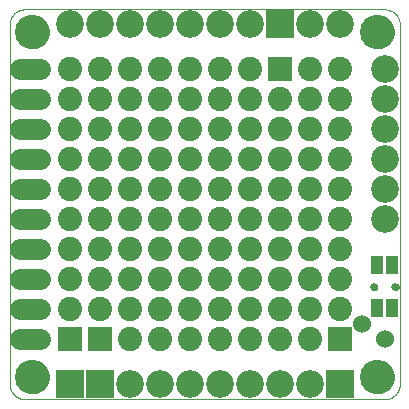
<source format=gts>
G75*
%MOIN*%
%OFA0B0*%
%FSLAX25Y25*%
%IPPOS*%
%LPD*%
%AMOC8*
5,1,8,0,0,1.08239X$1,22.5*
%
%ADD10C,0.00000*%
%ADD11C,0.09258*%
%ADD12R,0.09258X0.09258*%
%ADD13C,0.11424*%
%ADD14R,0.03943X0.05912*%
%ADD15C,0.02565*%
%ADD16C,0.06896*%
%ADD17R,0.08077X0.08077*%
%ADD18C,0.08077*%
%ADD19C,0.06000*%
D10*
X0039428Y0006256D02*
X0039428Y0126217D01*
X0039430Y0126357D01*
X0039436Y0126497D01*
X0039446Y0126637D01*
X0039459Y0126777D01*
X0039477Y0126916D01*
X0039499Y0127055D01*
X0039524Y0127192D01*
X0039553Y0127330D01*
X0039586Y0127466D01*
X0039623Y0127601D01*
X0039664Y0127735D01*
X0039709Y0127868D01*
X0039757Y0128000D01*
X0039809Y0128130D01*
X0039864Y0128259D01*
X0039923Y0128386D01*
X0039986Y0128512D01*
X0040052Y0128636D01*
X0040121Y0128757D01*
X0040194Y0128877D01*
X0040271Y0128995D01*
X0040350Y0129110D01*
X0040433Y0129224D01*
X0040519Y0129334D01*
X0040608Y0129443D01*
X0040700Y0129549D01*
X0040795Y0129652D01*
X0040892Y0129753D01*
X0040993Y0129850D01*
X0041096Y0129945D01*
X0041202Y0130037D01*
X0041311Y0130126D01*
X0041421Y0130212D01*
X0041535Y0130295D01*
X0041650Y0130374D01*
X0041768Y0130451D01*
X0041888Y0130524D01*
X0042009Y0130593D01*
X0042133Y0130659D01*
X0042259Y0130722D01*
X0042386Y0130781D01*
X0042515Y0130836D01*
X0042645Y0130888D01*
X0042777Y0130936D01*
X0042910Y0130981D01*
X0043044Y0131022D01*
X0043179Y0131059D01*
X0043315Y0131092D01*
X0043453Y0131121D01*
X0043590Y0131146D01*
X0043729Y0131168D01*
X0043868Y0131186D01*
X0044008Y0131199D01*
X0044148Y0131209D01*
X0044288Y0131215D01*
X0044428Y0131217D01*
X0164429Y0131217D01*
X0164569Y0131215D01*
X0164709Y0131209D01*
X0164849Y0131199D01*
X0164989Y0131186D01*
X0165128Y0131168D01*
X0165267Y0131146D01*
X0165404Y0131121D01*
X0165542Y0131092D01*
X0165678Y0131059D01*
X0165813Y0131022D01*
X0165947Y0130981D01*
X0166080Y0130936D01*
X0166212Y0130888D01*
X0166342Y0130836D01*
X0166471Y0130781D01*
X0166598Y0130722D01*
X0166724Y0130659D01*
X0166848Y0130593D01*
X0166969Y0130524D01*
X0167089Y0130451D01*
X0167207Y0130374D01*
X0167322Y0130295D01*
X0167436Y0130212D01*
X0167546Y0130126D01*
X0167655Y0130037D01*
X0167761Y0129945D01*
X0167864Y0129850D01*
X0167965Y0129753D01*
X0168062Y0129652D01*
X0168157Y0129549D01*
X0168249Y0129443D01*
X0168338Y0129334D01*
X0168424Y0129224D01*
X0168507Y0129110D01*
X0168586Y0128995D01*
X0168663Y0128877D01*
X0168736Y0128757D01*
X0168805Y0128636D01*
X0168871Y0128512D01*
X0168934Y0128386D01*
X0168993Y0128259D01*
X0169048Y0128130D01*
X0169100Y0128000D01*
X0169148Y0127868D01*
X0169193Y0127735D01*
X0169234Y0127601D01*
X0169271Y0127466D01*
X0169304Y0127330D01*
X0169333Y0127192D01*
X0169358Y0127055D01*
X0169380Y0126916D01*
X0169398Y0126777D01*
X0169411Y0126637D01*
X0169421Y0126497D01*
X0169427Y0126357D01*
X0169429Y0126217D01*
X0169429Y0006256D01*
X0169427Y0006116D01*
X0169421Y0005976D01*
X0169411Y0005836D01*
X0169398Y0005696D01*
X0169380Y0005557D01*
X0169358Y0005418D01*
X0169333Y0005281D01*
X0169304Y0005143D01*
X0169271Y0005007D01*
X0169234Y0004872D01*
X0169193Y0004738D01*
X0169148Y0004605D01*
X0169100Y0004473D01*
X0169048Y0004343D01*
X0168993Y0004214D01*
X0168934Y0004087D01*
X0168871Y0003961D01*
X0168805Y0003837D01*
X0168736Y0003716D01*
X0168663Y0003596D01*
X0168586Y0003478D01*
X0168507Y0003363D01*
X0168424Y0003249D01*
X0168338Y0003139D01*
X0168249Y0003030D01*
X0168157Y0002924D01*
X0168062Y0002821D01*
X0167965Y0002720D01*
X0167864Y0002623D01*
X0167761Y0002528D01*
X0167655Y0002436D01*
X0167546Y0002347D01*
X0167436Y0002261D01*
X0167322Y0002178D01*
X0167207Y0002099D01*
X0167089Y0002022D01*
X0166969Y0001949D01*
X0166848Y0001880D01*
X0166724Y0001814D01*
X0166598Y0001751D01*
X0166471Y0001692D01*
X0166342Y0001637D01*
X0166212Y0001585D01*
X0166080Y0001537D01*
X0165947Y0001492D01*
X0165813Y0001451D01*
X0165678Y0001414D01*
X0165542Y0001381D01*
X0165404Y0001352D01*
X0165267Y0001327D01*
X0165128Y0001305D01*
X0164989Y0001287D01*
X0164849Y0001274D01*
X0164709Y0001264D01*
X0164569Y0001258D01*
X0164429Y0001256D01*
X0044428Y0001256D01*
X0044288Y0001258D01*
X0044148Y0001264D01*
X0044008Y0001274D01*
X0043868Y0001287D01*
X0043729Y0001305D01*
X0043590Y0001327D01*
X0043453Y0001352D01*
X0043315Y0001381D01*
X0043179Y0001414D01*
X0043044Y0001451D01*
X0042910Y0001492D01*
X0042777Y0001537D01*
X0042645Y0001585D01*
X0042515Y0001637D01*
X0042386Y0001692D01*
X0042259Y0001751D01*
X0042133Y0001814D01*
X0042009Y0001880D01*
X0041888Y0001949D01*
X0041768Y0002022D01*
X0041650Y0002099D01*
X0041535Y0002178D01*
X0041421Y0002261D01*
X0041311Y0002347D01*
X0041202Y0002436D01*
X0041096Y0002528D01*
X0040993Y0002623D01*
X0040892Y0002720D01*
X0040795Y0002821D01*
X0040700Y0002924D01*
X0040608Y0003030D01*
X0040519Y0003139D01*
X0040433Y0003249D01*
X0040350Y0003363D01*
X0040271Y0003478D01*
X0040194Y0003596D01*
X0040121Y0003716D01*
X0040052Y0003837D01*
X0039986Y0003961D01*
X0039923Y0004087D01*
X0039864Y0004214D01*
X0039809Y0004343D01*
X0039757Y0004473D01*
X0039709Y0004605D01*
X0039664Y0004738D01*
X0039623Y0004872D01*
X0039586Y0005007D01*
X0039553Y0005143D01*
X0039524Y0005281D01*
X0039499Y0005418D01*
X0039477Y0005557D01*
X0039459Y0005696D01*
X0039446Y0005836D01*
X0039436Y0005976D01*
X0039430Y0006116D01*
X0039428Y0006256D01*
X0041416Y0008756D02*
X0041418Y0008904D01*
X0041424Y0009052D01*
X0041434Y0009200D01*
X0041448Y0009347D01*
X0041466Y0009494D01*
X0041487Y0009640D01*
X0041513Y0009786D01*
X0041543Y0009931D01*
X0041576Y0010075D01*
X0041614Y0010218D01*
X0041655Y0010360D01*
X0041700Y0010501D01*
X0041748Y0010641D01*
X0041801Y0010780D01*
X0041857Y0010917D01*
X0041917Y0011052D01*
X0041980Y0011186D01*
X0042047Y0011318D01*
X0042118Y0011448D01*
X0042192Y0011576D01*
X0042269Y0011702D01*
X0042350Y0011826D01*
X0042434Y0011948D01*
X0042521Y0012067D01*
X0042612Y0012184D01*
X0042706Y0012299D01*
X0042802Y0012411D01*
X0042902Y0012521D01*
X0043004Y0012627D01*
X0043110Y0012731D01*
X0043218Y0012832D01*
X0043329Y0012930D01*
X0043442Y0013026D01*
X0043558Y0013118D01*
X0043676Y0013207D01*
X0043797Y0013292D01*
X0043920Y0013375D01*
X0044045Y0013454D01*
X0044172Y0013530D01*
X0044301Y0013602D01*
X0044432Y0013671D01*
X0044565Y0013736D01*
X0044700Y0013797D01*
X0044836Y0013855D01*
X0044973Y0013910D01*
X0045112Y0013960D01*
X0045253Y0014007D01*
X0045394Y0014050D01*
X0045537Y0014090D01*
X0045681Y0014125D01*
X0045825Y0014157D01*
X0045971Y0014184D01*
X0046117Y0014208D01*
X0046264Y0014228D01*
X0046411Y0014244D01*
X0046558Y0014256D01*
X0046706Y0014264D01*
X0046854Y0014268D01*
X0047002Y0014268D01*
X0047150Y0014264D01*
X0047298Y0014256D01*
X0047445Y0014244D01*
X0047592Y0014228D01*
X0047739Y0014208D01*
X0047885Y0014184D01*
X0048031Y0014157D01*
X0048175Y0014125D01*
X0048319Y0014090D01*
X0048462Y0014050D01*
X0048603Y0014007D01*
X0048744Y0013960D01*
X0048883Y0013910D01*
X0049020Y0013855D01*
X0049156Y0013797D01*
X0049291Y0013736D01*
X0049424Y0013671D01*
X0049555Y0013602D01*
X0049684Y0013530D01*
X0049811Y0013454D01*
X0049936Y0013375D01*
X0050059Y0013292D01*
X0050180Y0013207D01*
X0050298Y0013118D01*
X0050414Y0013026D01*
X0050527Y0012930D01*
X0050638Y0012832D01*
X0050746Y0012731D01*
X0050852Y0012627D01*
X0050954Y0012521D01*
X0051054Y0012411D01*
X0051150Y0012299D01*
X0051244Y0012184D01*
X0051335Y0012067D01*
X0051422Y0011948D01*
X0051506Y0011826D01*
X0051587Y0011702D01*
X0051664Y0011576D01*
X0051738Y0011448D01*
X0051809Y0011318D01*
X0051876Y0011186D01*
X0051939Y0011052D01*
X0051999Y0010917D01*
X0052055Y0010780D01*
X0052108Y0010641D01*
X0052156Y0010501D01*
X0052201Y0010360D01*
X0052242Y0010218D01*
X0052280Y0010075D01*
X0052313Y0009931D01*
X0052343Y0009786D01*
X0052369Y0009640D01*
X0052390Y0009494D01*
X0052408Y0009347D01*
X0052422Y0009200D01*
X0052432Y0009052D01*
X0052438Y0008904D01*
X0052440Y0008756D01*
X0052438Y0008608D01*
X0052432Y0008460D01*
X0052422Y0008312D01*
X0052408Y0008165D01*
X0052390Y0008018D01*
X0052369Y0007872D01*
X0052343Y0007726D01*
X0052313Y0007581D01*
X0052280Y0007437D01*
X0052242Y0007294D01*
X0052201Y0007152D01*
X0052156Y0007011D01*
X0052108Y0006871D01*
X0052055Y0006732D01*
X0051999Y0006595D01*
X0051939Y0006460D01*
X0051876Y0006326D01*
X0051809Y0006194D01*
X0051738Y0006064D01*
X0051664Y0005936D01*
X0051587Y0005810D01*
X0051506Y0005686D01*
X0051422Y0005564D01*
X0051335Y0005445D01*
X0051244Y0005328D01*
X0051150Y0005213D01*
X0051054Y0005101D01*
X0050954Y0004991D01*
X0050852Y0004885D01*
X0050746Y0004781D01*
X0050638Y0004680D01*
X0050527Y0004582D01*
X0050414Y0004486D01*
X0050298Y0004394D01*
X0050180Y0004305D01*
X0050059Y0004220D01*
X0049936Y0004137D01*
X0049811Y0004058D01*
X0049684Y0003982D01*
X0049555Y0003910D01*
X0049424Y0003841D01*
X0049291Y0003776D01*
X0049156Y0003715D01*
X0049020Y0003657D01*
X0048883Y0003602D01*
X0048744Y0003552D01*
X0048603Y0003505D01*
X0048462Y0003462D01*
X0048319Y0003422D01*
X0048175Y0003387D01*
X0048031Y0003355D01*
X0047885Y0003328D01*
X0047739Y0003304D01*
X0047592Y0003284D01*
X0047445Y0003268D01*
X0047298Y0003256D01*
X0047150Y0003248D01*
X0047002Y0003244D01*
X0046854Y0003244D01*
X0046706Y0003248D01*
X0046558Y0003256D01*
X0046411Y0003268D01*
X0046264Y0003284D01*
X0046117Y0003304D01*
X0045971Y0003328D01*
X0045825Y0003355D01*
X0045681Y0003387D01*
X0045537Y0003422D01*
X0045394Y0003462D01*
X0045253Y0003505D01*
X0045112Y0003552D01*
X0044973Y0003602D01*
X0044836Y0003657D01*
X0044700Y0003715D01*
X0044565Y0003776D01*
X0044432Y0003841D01*
X0044301Y0003910D01*
X0044172Y0003982D01*
X0044045Y0004058D01*
X0043920Y0004137D01*
X0043797Y0004220D01*
X0043676Y0004305D01*
X0043558Y0004394D01*
X0043442Y0004486D01*
X0043329Y0004582D01*
X0043218Y0004680D01*
X0043110Y0004781D01*
X0043004Y0004885D01*
X0042902Y0004991D01*
X0042802Y0005101D01*
X0042706Y0005213D01*
X0042612Y0005328D01*
X0042521Y0005445D01*
X0042434Y0005564D01*
X0042350Y0005686D01*
X0042269Y0005810D01*
X0042192Y0005936D01*
X0042118Y0006064D01*
X0042047Y0006194D01*
X0041980Y0006326D01*
X0041917Y0006460D01*
X0041857Y0006595D01*
X0041801Y0006732D01*
X0041748Y0006871D01*
X0041700Y0007011D01*
X0041655Y0007152D01*
X0041614Y0007294D01*
X0041576Y0007437D01*
X0041543Y0007581D01*
X0041513Y0007726D01*
X0041487Y0007872D01*
X0041466Y0008018D01*
X0041448Y0008165D01*
X0041434Y0008312D01*
X0041424Y0008460D01*
X0041418Y0008608D01*
X0041416Y0008756D01*
X0156416Y0008756D02*
X0156418Y0008904D01*
X0156424Y0009052D01*
X0156434Y0009200D01*
X0156448Y0009347D01*
X0156466Y0009494D01*
X0156487Y0009640D01*
X0156513Y0009786D01*
X0156543Y0009931D01*
X0156576Y0010075D01*
X0156614Y0010218D01*
X0156655Y0010360D01*
X0156700Y0010501D01*
X0156748Y0010641D01*
X0156801Y0010780D01*
X0156857Y0010917D01*
X0156917Y0011052D01*
X0156980Y0011186D01*
X0157047Y0011318D01*
X0157118Y0011448D01*
X0157192Y0011576D01*
X0157269Y0011702D01*
X0157350Y0011826D01*
X0157434Y0011948D01*
X0157521Y0012067D01*
X0157612Y0012184D01*
X0157706Y0012299D01*
X0157802Y0012411D01*
X0157902Y0012521D01*
X0158004Y0012627D01*
X0158110Y0012731D01*
X0158218Y0012832D01*
X0158329Y0012930D01*
X0158442Y0013026D01*
X0158558Y0013118D01*
X0158676Y0013207D01*
X0158797Y0013292D01*
X0158920Y0013375D01*
X0159045Y0013454D01*
X0159172Y0013530D01*
X0159301Y0013602D01*
X0159432Y0013671D01*
X0159565Y0013736D01*
X0159700Y0013797D01*
X0159836Y0013855D01*
X0159973Y0013910D01*
X0160112Y0013960D01*
X0160253Y0014007D01*
X0160394Y0014050D01*
X0160537Y0014090D01*
X0160681Y0014125D01*
X0160825Y0014157D01*
X0160971Y0014184D01*
X0161117Y0014208D01*
X0161264Y0014228D01*
X0161411Y0014244D01*
X0161558Y0014256D01*
X0161706Y0014264D01*
X0161854Y0014268D01*
X0162002Y0014268D01*
X0162150Y0014264D01*
X0162298Y0014256D01*
X0162445Y0014244D01*
X0162592Y0014228D01*
X0162739Y0014208D01*
X0162885Y0014184D01*
X0163031Y0014157D01*
X0163175Y0014125D01*
X0163319Y0014090D01*
X0163462Y0014050D01*
X0163603Y0014007D01*
X0163744Y0013960D01*
X0163883Y0013910D01*
X0164020Y0013855D01*
X0164156Y0013797D01*
X0164291Y0013736D01*
X0164424Y0013671D01*
X0164555Y0013602D01*
X0164684Y0013530D01*
X0164811Y0013454D01*
X0164936Y0013375D01*
X0165059Y0013292D01*
X0165180Y0013207D01*
X0165298Y0013118D01*
X0165414Y0013026D01*
X0165527Y0012930D01*
X0165638Y0012832D01*
X0165746Y0012731D01*
X0165852Y0012627D01*
X0165954Y0012521D01*
X0166054Y0012411D01*
X0166150Y0012299D01*
X0166244Y0012184D01*
X0166335Y0012067D01*
X0166422Y0011948D01*
X0166506Y0011826D01*
X0166587Y0011702D01*
X0166664Y0011576D01*
X0166738Y0011448D01*
X0166809Y0011318D01*
X0166876Y0011186D01*
X0166939Y0011052D01*
X0166999Y0010917D01*
X0167055Y0010780D01*
X0167108Y0010641D01*
X0167156Y0010501D01*
X0167201Y0010360D01*
X0167242Y0010218D01*
X0167280Y0010075D01*
X0167313Y0009931D01*
X0167343Y0009786D01*
X0167369Y0009640D01*
X0167390Y0009494D01*
X0167408Y0009347D01*
X0167422Y0009200D01*
X0167432Y0009052D01*
X0167438Y0008904D01*
X0167440Y0008756D01*
X0167438Y0008608D01*
X0167432Y0008460D01*
X0167422Y0008312D01*
X0167408Y0008165D01*
X0167390Y0008018D01*
X0167369Y0007872D01*
X0167343Y0007726D01*
X0167313Y0007581D01*
X0167280Y0007437D01*
X0167242Y0007294D01*
X0167201Y0007152D01*
X0167156Y0007011D01*
X0167108Y0006871D01*
X0167055Y0006732D01*
X0166999Y0006595D01*
X0166939Y0006460D01*
X0166876Y0006326D01*
X0166809Y0006194D01*
X0166738Y0006064D01*
X0166664Y0005936D01*
X0166587Y0005810D01*
X0166506Y0005686D01*
X0166422Y0005564D01*
X0166335Y0005445D01*
X0166244Y0005328D01*
X0166150Y0005213D01*
X0166054Y0005101D01*
X0165954Y0004991D01*
X0165852Y0004885D01*
X0165746Y0004781D01*
X0165638Y0004680D01*
X0165527Y0004582D01*
X0165414Y0004486D01*
X0165298Y0004394D01*
X0165180Y0004305D01*
X0165059Y0004220D01*
X0164936Y0004137D01*
X0164811Y0004058D01*
X0164684Y0003982D01*
X0164555Y0003910D01*
X0164424Y0003841D01*
X0164291Y0003776D01*
X0164156Y0003715D01*
X0164020Y0003657D01*
X0163883Y0003602D01*
X0163744Y0003552D01*
X0163603Y0003505D01*
X0163462Y0003462D01*
X0163319Y0003422D01*
X0163175Y0003387D01*
X0163031Y0003355D01*
X0162885Y0003328D01*
X0162739Y0003304D01*
X0162592Y0003284D01*
X0162445Y0003268D01*
X0162298Y0003256D01*
X0162150Y0003248D01*
X0162002Y0003244D01*
X0161854Y0003244D01*
X0161706Y0003248D01*
X0161558Y0003256D01*
X0161411Y0003268D01*
X0161264Y0003284D01*
X0161117Y0003304D01*
X0160971Y0003328D01*
X0160825Y0003355D01*
X0160681Y0003387D01*
X0160537Y0003422D01*
X0160394Y0003462D01*
X0160253Y0003505D01*
X0160112Y0003552D01*
X0159973Y0003602D01*
X0159836Y0003657D01*
X0159700Y0003715D01*
X0159565Y0003776D01*
X0159432Y0003841D01*
X0159301Y0003910D01*
X0159172Y0003982D01*
X0159045Y0004058D01*
X0158920Y0004137D01*
X0158797Y0004220D01*
X0158676Y0004305D01*
X0158558Y0004394D01*
X0158442Y0004486D01*
X0158329Y0004582D01*
X0158218Y0004680D01*
X0158110Y0004781D01*
X0158004Y0004885D01*
X0157902Y0004991D01*
X0157802Y0005101D01*
X0157706Y0005213D01*
X0157612Y0005328D01*
X0157521Y0005445D01*
X0157434Y0005564D01*
X0157350Y0005686D01*
X0157269Y0005810D01*
X0157192Y0005936D01*
X0157118Y0006064D01*
X0157047Y0006194D01*
X0156980Y0006326D01*
X0156917Y0006460D01*
X0156857Y0006595D01*
X0156801Y0006732D01*
X0156748Y0006871D01*
X0156700Y0007011D01*
X0156655Y0007152D01*
X0156614Y0007294D01*
X0156576Y0007437D01*
X0156543Y0007581D01*
X0156513Y0007726D01*
X0156487Y0007872D01*
X0156466Y0008018D01*
X0156448Y0008165D01*
X0156434Y0008312D01*
X0156424Y0008460D01*
X0156418Y0008608D01*
X0156416Y0008756D01*
X0159802Y0038756D02*
X0159804Y0038821D01*
X0159810Y0038887D01*
X0159820Y0038951D01*
X0159833Y0039015D01*
X0159851Y0039078D01*
X0159872Y0039140D01*
X0159897Y0039200D01*
X0159926Y0039259D01*
X0159958Y0039316D01*
X0159994Y0039371D01*
X0160032Y0039424D01*
X0160074Y0039474D01*
X0160119Y0039522D01*
X0160167Y0039567D01*
X0160217Y0039609D01*
X0160270Y0039647D01*
X0160325Y0039683D01*
X0160382Y0039715D01*
X0160441Y0039744D01*
X0160501Y0039769D01*
X0160563Y0039790D01*
X0160626Y0039808D01*
X0160690Y0039821D01*
X0160754Y0039831D01*
X0160820Y0039837D01*
X0160885Y0039839D01*
X0160950Y0039837D01*
X0161016Y0039831D01*
X0161080Y0039821D01*
X0161144Y0039808D01*
X0161207Y0039790D01*
X0161269Y0039769D01*
X0161329Y0039744D01*
X0161388Y0039715D01*
X0161445Y0039683D01*
X0161500Y0039647D01*
X0161553Y0039609D01*
X0161603Y0039567D01*
X0161651Y0039522D01*
X0161696Y0039474D01*
X0161738Y0039424D01*
X0161776Y0039371D01*
X0161812Y0039316D01*
X0161844Y0039259D01*
X0161873Y0039200D01*
X0161898Y0039140D01*
X0161919Y0039078D01*
X0161937Y0039015D01*
X0161950Y0038951D01*
X0161960Y0038887D01*
X0161966Y0038821D01*
X0161968Y0038756D01*
X0161966Y0038691D01*
X0161960Y0038625D01*
X0161950Y0038561D01*
X0161937Y0038497D01*
X0161919Y0038434D01*
X0161898Y0038372D01*
X0161873Y0038312D01*
X0161844Y0038253D01*
X0161812Y0038196D01*
X0161776Y0038141D01*
X0161738Y0038088D01*
X0161696Y0038038D01*
X0161651Y0037990D01*
X0161603Y0037945D01*
X0161553Y0037903D01*
X0161500Y0037865D01*
X0161445Y0037829D01*
X0161388Y0037797D01*
X0161329Y0037768D01*
X0161269Y0037743D01*
X0161207Y0037722D01*
X0161144Y0037704D01*
X0161080Y0037691D01*
X0161016Y0037681D01*
X0160950Y0037675D01*
X0160885Y0037673D01*
X0160820Y0037675D01*
X0160754Y0037681D01*
X0160690Y0037691D01*
X0160626Y0037704D01*
X0160563Y0037722D01*
X0160501Y0037743D01*
X0160441Y0037768D01*
X0160382Y0037797D01*
X0160325Y0037829D01*
X0160270Y0037865D01*
X0160217Y0037903D01*
X0160167Y0037945D01*
X0160119Y0037990D01*
X0160074Y0038038D01*
X0160032Y0038088D01*
X0159994Y0038141D01*
X0159958Y0038196D01*
X0159926Y0038253D01*
X0159897Y0038312D01*
X0159872Y0038372D01*
X0159851Y0038434D01*
X0159833Y0038497D01*
X0159820Y0038561D01*
X0159810Y0038625D01*
X0159804Y0038691D01*
X0159802Y0038756D01*
X0166889Y0038756D02*
X0166891Y0038821D01*
X0166897Y0038887D01*
X0166907Y0038951D01*
X0166920Y0039015D01*
X0166938Y0039078D01*
X0166959Y0039140D01*
X0166984Y0039200D01*
X0167013Y0039259D01*
X0167045Y0039316D01*
X0167081Y0039371D01*
X0167119Y0039424D01*
X0167161Y0039474D01*
X0167206Y0039522D01*
X0167254Y0039567D01*
X0167304Y0039609D01*
X0167357Y0039647D01*
X0167412Y0039683D01*
X0167469Y0039715D01*
X0167528Y0039744D01*
X0167588Y0039769D01*
X0167650Y0039790D01*
X0167713Y0039808D01*
X0167777Y0039821D01*
X0167841Y0039831D01*
X0167907Y0039837D01*
X0167972Y0039839D01*
X0168037Y0039837D01*
X0168103Y0039831D01*
X0168167Y0039821D01*
X0168231Y0039808D01*
X0168294Y0039790D01*
X0168356Y0039769D01*
X0168416Y0039744D01*
X0168475Y0039715D01*
X0168532Y0039683D01*
X0168587Y0039647D01*
X0168640Y0039609D01*
X0168690Y0039567D01*
X0168738Y0039522D01*
X0168783Y0039474D01*
X0168825Y0039424D01*
X0168863Y0039371D01*
X0168899Y0039316D01*
X0168931Y0039259D01*
X0168960Y0039200D01*
X0168985Y0039140D01*
X0169006Y0039078D01*
X0169024Y0039015D01*
X0169037Y0038951D01*
X0169047Y0038887D01*
X0169053Y0038821D01*
X0169055Y0038756D01*
X0169053Y0038691D01*
X0169047Y0038625D01*
X0169037Y0038561D01*
X0169024Y0038497D01*
X0169006Y0038434D01*
X0168985Y0038372D01*
X0168960Y0038312D01*
X0168931Y0038253D01*
X0168899Y0038196D01*
X0168863Y0038141D01*
X0168825Y0038088D01*
X0168783Y0038038D01*
X0168738Y0037990D01*
X0168690Y0037945D01*
X0168640Y0037903D01*
X0168587Y0037865D01*
X0168532Y0037829D01*
X0168475Y0037797D01*
X0168416Y0037768D01*
X0168356Y0037743D01*
X0168294Y0037722D01*
X0168231Y0037704D01*
X0168167Y0037691D01*
X0168103Y0037681D01*
X0168037Y0037675D01*
X0167972Y0037673D01*
X0167907Y0037675D01*
X0167841Y0037681D01*
X0167777Y0037691D01*
X0167713Y0037704D01*
X0167650Y0037722D01*
X0167588Y0037743D01*
X0167528Y0037768D01*
X0167469Y0037797D01*
X0167412Y0037829D01*
X0167357Y0037865D01*
X0167304Y0037903D01*
X0167254Y0037945D01*
X0167206Y0037990D01*
X0167161Y0038038D01*
X0167119Y0038088D01*
X0167081Y0038141D01*
X0167045Y0038196D01*
X0167013Y0038253D01*
X0166984Y0038312D01*
X0166959Y0038372D01*
X0166938Y0038434D01*
X0166920Y0038497D01*
X0166907Y0038561D01*
X0166897Y0038625D01*
X0166891Y0038691D01*
X0166889Y0038756D01*
X0156416Y0123756D02*
X0156418Y0123904D01*
X0156424Y0124052D01*
X0156434Y0124200D01*
X0156448Y0124347D01*
X0156466Y0124494D01*
X0156487Y0124640D01*
X0156513Y0124786D01*
X0156543Y0124931D01*
X0156576Y0125075D01*
X0156614Y0125218D01*
X0156655Y0125360D01*
X0156700Y0125501D01*
X0156748Y0125641D01*
X0156801Y0125780D01*
X0156857Y0125917D01*
X0156917Y0126052D01*
X0156980Y0126186D01*
X0157047Y0126318D01*
X0157118Y0126448D01*
X0157192Y0126576D01*
X0157269Y0126702D01*
X0157350Y0126826D01*
X0157434Y0126948D01*
X0157521Y0127067D01*
X0157612Y0127184D01*
X0157706Y0127299D01*
X0157802Y0127411D01*
X0157902Y0127521D01*
X0158004Y0127627D01*
X0158110Y0127731D01*
X0158218Y0127832D01*
X0158329Y0127930D01*
X0158442Y0128026D01*
X0158558Y0128118D01*
X0158676Y0128207D01*
X0158797Y0128292D01*
X0158920Y0128375D01*
X0159045Y0128454D01*
X0159172Y0128530D01*
X0159301Y0128602D01*
X0159432Y0128671D01*
X0159565Y0128736D01*
X0159700Y0128797D01*
X0159836Y0128855D01*
X0159973Y0128910D01*
X0160112Y0128960D01*
X0160253Y0129007D01*
X0160394Y0129050D01*
X0160537Y0129090D01*
X0160681Y0129125D01*
X0160825Y0129157D01*
X0160971Y0129184D01*
X0161117Y0129208D01*
X0161264Y0129228D01*
X0161411Y0129244D01*
X0161558Y0129256D01*
X0161706Y0129264D01*
X0161854Y0129268D01*
X0162002Y0129268D01*
X0162150Y0129264D01*
X0162298Y0129256D01*
X0162445Y0129244D01*
X0162592Y0129228D01*
X0162739Y0129208D01*
X0162885Y0129184D01*
X0163031Y0129157D01*
X0163175Y0129125D01*
X0163319Y0129090D01*
X0163462Y0129050D01*
X0163603Y0129007D01*
X0163744Y0128960D01*
X0163883Y0128910D01*
X0164020Y0128855D01*
X0164156Y0128797D01*
X0164291Y0128736D01*
X0164424Y0128671D01*
X0164555Y0128602D01*
X0164684Y0128530D01*
X0164811Y0128454D01*
X0164936Y0128375D01*
X0165059Y0128292D01*
X0165180Y0128207D01*
X0165298Y0128118D01*
X0165414Y0128026D01*
X0165527Y0127930D01*
X0165638Y0127832D01*
X0165746Y0127731D01*
X0165852Y0127627D01*
X0165954Y0127521D01*
X0166054Y0127411D01*
X0166150Y0127299D01*
X0166244Y0127184D01*
X0166335Y0127067D01*
X0166422Y0126948D01*
X0166506Y0126826D01*
X0166587Y0126702D01*
X0166664Y0126576D01*
X0166738Y0126448D01*
X0166809Y0126318D01*
X0166876Y0126186D01*
X0166939Y0126052D01*
X0166999Y0125917D01*
X0167055Y0125780D01*
X0167108Y0125641D01*
X0167156Y0125501D01*
X0167201Y0125360D01*
X0167242Y0125218D01*
X0167280Y0125075D01*
X0167313Y0124931D01*
X0167343Y0124786D01*
X0167369Y0124640D01*
X0167390Y0124494D01*
X0167408Y0124347D01*
X0167422Y0124200D01*
X0167432Y0124052D01*
X0167438Y0123904D01*
X0167440Y0123756D01*
X0167438Y0123608D01*
X0167432Y0123460D01*
X0167422Y0123312D01*
X0167408Y0123165D01*
X0167390Y0123018D01*
X0167369Y0122872D01*
X0167343Y0122726D01*
X0167313Y0122581D01*
X0167280Y0122437D01*
X0167242Y0122294D01*
X0167201Y0122152D01*
X0167156Y0122011D01*
X0167108Y0121871D01*
X0167055Y0121732D01*
X0166999Y0121595D01*
X0166939Y0121460D01*
X0166876Y0121326D01*
X0166809Y0121194D01*
X0166738Y0121064D01*
X0166664Y0120936D01*
X0166587Y0120810D01*
X0166506Y0120686D01*
X0166422Y0120564D01*
X0166335Y0120445D01*
X0166244Y0120328D01*
X0166150Y0120213D01*
X0166054Y0120101D01*
X0165954Y0119991D01*
X0165852Y0119885D01*
X0165746Y0119781D01*
X0165638Y0119680D01*
X0165527Y0119582D01*
X0165414Y0119486D01*
X0165298Y0119394D01*
X0165180Y0119305D01*
X0165059Y0119220D01*
X0164936Y0119137D01*
X0164811Y0119058D01*
X0164684Y0118982D01*
X0164555Y0118910D01*
X0164424Y0118841D01*
X0164291Y0118776D01*
X0164156Y0118715D01*
X0164020Y0118657D01*
X0163883Y0118602D01*
X0163744Y0118552D01*
X0163603Y0118505D01*
X0163462Y0118462D01*
X0163319Y0118422D01*
X0163175Y0118387D01*
X0163031Y0118355D01*
X0162885Y0118328D01*
X0162739Y0118304D01*
X0162592Y0118284D01*
X0162445Y0118268D01*
X0162298Y0118256D01*
X0162150Y0118248D01*
X0162002Y0118244D01*
X0161854Y0118244D01*
X0161706Y0118248D01*
X0161558Y0118256D01*
X0161411Y0118268D01*
X0161264Y0118284D01*
X0161117Y0118304D01*
X0160971Y0118328D01*
X0160825Y0118355D01*
X0160681Y0118387D01*
X0160537Y0118422D01*
X0160394Y0118462D01*
X0160253Y0118505D01*
X0160112Y0118552D01*
X0159973Y0118602D01*
X0159836Y0118657D01*
X0159700Y0118715D01*
X0159565Y0118776D01*
X0159432Y0118841D01*
X0159301Y0118910D01*
X0159172Y0118982D01*
X0159045Y0119058D01*
X0158920Y0119137D01*
X0158797Y0119220D01*
X0158676Y0119305D01*
X0158558Y0119394D01*
X0158442Y0119486D01*
X0158329Y0119582D01*
X0158218Y0119680D01*
X0158110Y0119781D01*
X0158004Y0119885D01*
X0157902Y0119991D01*
X0157802Y0120101D01*
X0157706Y0120213D01*
X0157612Y0120328D01*
X0157521Y0120445D01*
X0157434Y0120564D01*
X0157350Y0120686D01*
X0157269Y0120810D01*
X0157192Y0120936D01*
X0157118Y0121064D01*
X0157047Y0121194D01*
X0156980Y0121326D01*
X0156917Y0121460D01*
X0156857Y0121595D01*
X0156801Y0121732D01*
X0156748Y0121871D01*
X0156700Y0122011D01*
X0156655Y0122152D01*
X0156614Y0122294D01*
X0156576Y0122437D01*
X0156543Y0122581D01*
X0156513Y0122726D01*
X0156487Y0122872D01*
X0156466Y0123018D01*
X0156448Y0123165D01*
X0156434Y0123312D01*
X0156424Y0123460D01*
X0156418Y0123608D01*
X0156416Y0123756D01*
X0041416Y0123756D02*
X0041418Y0123904D01*
X0041424Y0124052D01*
X0041434Y0124200D01*
X0041448Y0124347D01*
X0041466Y0124494D01*
X0041487Y0124640D01*
X0041513Y0124786D01*
X0041543Y0124931D01*
X0041576Y0125075D01*
X0041614Y0125218D01*
X0041655Y0125360D01*
X0041700Y0125501D01*
X0041748Y0125641D01*
X0041801Y0125780D01*
X0041857Y0125917D01*
X0041917Y0126052D01*
X0041980Y0126186D01*
X0042047Y0126318D01*
X0042118Y0126448D01*
X0042192Y0126576D01*
X0042269Y0126702D01*
X0042350Y0126826D01*
X0042434Y0126948D01*
X0042521Y0127067D01*
X0042612Y0127184D01*
X0042706Y0127299D01*
X0042802Y0127411D01*
X0042902Y0127521D01*
X0043004Y0127627D01*
X0043110Y0127731D01*
X0043218Y0127832D01*
X0043329Y0127930D01*
X0043442Y0128026D01*
X0043558Y0128118D01*
X0043676Y0128207D01*
X0043797Y0128292D01*
X0043920Y0128375D01*
X0044045Y0128454D01*
X0044172Y0128530D01*
X0044301Y0128602D01*
X0044432Y0128671D01*
X0044565Y0128736D01*
X0044700Y0128797D01*
X0044836Y0128855D01*
X0044973Y0128910D01*
X0045112Y0128960D01*
X0045253Y0129007D01*
X0045394Y0129050D01*
X0045537Y0129090D01*
X0045681Y0129125D01*
X0045825Y0129157D01*
X0045971Y0129184D01*
X0046117Y0129208D01*
X0046264Y0129228D01*
X0046411Y0129244D01*
X0046558Y0129256D01*
X0046706Y0129264D01*
X0046854Y0129268D01*
X0047002Y0129268D01*
X0047150Y0129264D01*
X0047298Y0129256D01*
X0047445Y0129244D01*
X0047592Y0129228D01*
X0047739Y0129208D01*
X0047885Y0129184D01*
X0048031Y0129157D01*
X0048175Y0129125D01*
X0048319Y0129090D01*
X0048462Y0129050D01*
X0048603Y0129007D01*
X0048744Y0128960D01*
X0048883Y0128910D01*
X0049020Y0128855D01*
X0049156Y0128797D01*
X0049291Y0128736D01*
X0049424Y0128671D01*
X0049555Y0128602D01*
X0049684Y0128530D01*
X0049811Y0128454D01*
X0049936Y0128375D01*
X0050059Y0128292D01*
X0050180Y0128207D01*
X0050298Y0128118D01*
X0050414Y0128026D01*
X0050527Y0127930D01*
X0050638Y0127832D01*
X0050746Y0127731D01*
X0050852Y0127627D01*
X0050954Y0127521D01*
X0051054Y0127411D01*
X0051150Y0127299D01*
X0051244Y0127184D01*
X0051335Y0127067D01*
X0051422Y0126948D01*
X0051506Y0126826D01*
X0051587Y0126702D01*
X0051664Y0126576D01*
X0051738Y0126448D01*
X0051809Y0126318D01*
X0051876Y0126186D01*
X0051939Y0126052D01*
X0051999Y0125917D01*
X0052055Y0125780D01*
X0052108Y0125641D01*
X0052156Y0125501D01*
X0052201Y0125360D01*
X0052242Y0125218D01*
X0052280Y0125075D01*
X0052313Y0124931D01*
X0052343Y0124786D01*
X0052369Y0124640D01*
X0052390Y0124494D01*
X0052408Y0124347D01*
X0052422Y0124200D01*
X0052432Y0124052D01*
X0052438Y0123904D01*
X0052440Y0123756D01*
X0052438Y0123608D01*
X0052432Y0123460D01*
X0052422Y0123312D01*
X0052408Y0123165D01*
X0052390Y0123018D01*
X0052369Y0122872D01*
X0052343Y0122726D01*
X0052313Y0122581D01*
X0052280Y0122437D01*
X0052242Y0122294D01*
X0052201Y0122152D01*
X0052156Y0122011D01*
X0052108Y0121871D01*
X0052055Y0121732D01*
X0051999Y0121595D01*
X0051939Y0121460D01*
X0051876Y0121326D01*
X0051809Y0121194D01*
X0051738Y0121064D01*
X0051664Y0120936D01*
X0051587Y0120810D01*
X0051506Y0120686D01*
X0051422Y0120564D01*
X0051335Y0120445D01*
X0051244Y0120328D01*
X0051150Y0120213D01*
X0051054Y0120101D01*
X0050954Y0119991D01*
X0050852Y0119885D01*
X0050746Y0119781D01*
X0050638Y0119680D01*
X0050527Y0119582D01*
X0050414Y0119486D01*
X0050298Y0119394D01*
X0050180Y0119305D01*
X0050059Y0119220D01*
X0049936Y0119137D01*
X0049811Y0119058D01*
X0049684Y0118982D01*
X0049555Y0118910D01*
X0049424Y0118841D01*
X0049291Y0118776D01*
X0049156Y0118715D01*
X0049020Y0118657D01*
X0048883Y0118602D01*
X0048744Y0118552D01*
X0048603Y0118505D01*
X0048462Y0118462D01*
X0048319Y0118422D01*
X0048175Y0118387D01*
X0048031Y0118355D01*
X0047885Y0118328D01*
X0047739Y0118304D01*
X0047592Y0118284D01*
X0047445Y0118268D01*
X0047298Y0118256D01*
X0047150Y0118248D01*
X0047002Y0118244D01*
X0046854Y0118244D01*
X0046706Y0118248D01*
X0046558Y0118256D01*
X0046411Y0118268D01*
X0046264Y0118284D01*
X0046117Y0118304D01*
X0045971Y0118328D01*
X0045825Y0118355D01*
X0045681Y0118387D01*
X0045537Y0118422D01*
X0045394Y0118462D01*
X0045253Y0118505D01*
X0045112Y0118552D01*
X0044973Y0118602D01*
X0044836Y0118657D01*
X0044700Y0118715D01*
X0044565Y0118776D01*
X0044432Y0118841D01*
X0044301Y0118910D01*
X0044172Y0118982D01*
X0044045Y0119058D01*
X0043920Y0119137D01*
X0043797Y0119220D01*
X0043676Y0119305D01*
X0043558Y0119394D01*
X0043442Y0119486D01*
X0043329Y0119582D01*
X0043218Y0119680D01*
X0043110Y0119781D01*
X0043004Y0119885D01*
X0042902Y0119991D01*
X0042802Y0120101D01*
X0042706Y0120213D01*
X0042612Y0120328D01*
X0042521Y0120445D01*
X0042434Y0120564D01*
X0042350Y0120686D01*
X0042269Y0120810D01*
X0042192Y0120936D01*
X0042118Y0121064D01*
X0042047Y0121194D01*
X0041980Y0121326D01*
X0041917Y0121460D01*
X0041857Y0121595D01*
X0041801Y0121732D01*
X0041748Y0121871D01*
X0041700Y0122011D01*
X0041655Y0122152D01*
X0041614Y0122294D01*
X0041576Y0122437D01*
X0041543Y0122581D01*
X0041513Y0122726D01*
X0041487Y0122872D01*
X0041466Y0123018D01*
X0041448Y0123165D01*
X0041434Y0123312D01*
X0041424Y0123460D01*
X0041418Y0123608D01*
X0041416Y0123756D01*
D11*
X0059428Y0126256D03*
X0069428Y0126256D03*
X0079428Y0126256D03*
X0089428Y0126256D03*
X0099428Y0126256D03*
X0109428Y0126256D03*
X0119428Y0126256D03*
X0139428Y0126256D03*
X0149428Y0126256D03*
X0164428Y0111256D03*
X0164428Y0101256D03*
X0164428Y0091256D03*
X0164428Y0081256D03*
X0164428Y0071256D03*
X0164428Y0061256D03*
X0139428Y0006256D03*
X0129428Y0006256D03*
X0119428Y0006256D03*
X0109428Y0006256D03*
X0099428Y0006256D03*
X0089428Y0006256D03*
X0079428Y0006256D03*
D12*
X0069428Y0006256D03*
X0059428Y0006256D03*
X0149428Y0006256D03*
X0129428Y0126256D03*
D13*
X0161928Y0123756D03*
X0046928Y0123756D03*
X0046928Y0008756D03*
X0161928Y0008756D03*
D14*
X0161869Y0031669D03*
X0166988Y0031669D03*
X0166988Y0045843D03*
X0161869Y0045843D03*
D15*
X0160885Y0038756D03*
X0167972Y0038756D03*
D16*
X0049428Y0041256D02*
X0042932Y0041256D01*
X0042932Y0051256D02*
X0049428Y0051256D01*
X0049428Y0061256D02*
X0042932Y0061256D01*
X0042932Y0071256D02*
X0049428Y0071256D01*
X0049428Y0081256D02*
X0042932Y0081256D01*
X0042932Y0091256D02*
X0049428Y0091256D01*
X0049428Y0101256D02*
X0042932Y0101256D01*
X0042932Y0111256D02*
X0049428Y0111256D01*
X0049428Y0031256D02*
X0042932Y0031256D01*
X0042932Y0021256D02*
X0049428Y0021256D01*
D17*
X0059428Y0021256D03*
X0069428Y0021256D03*
X0149428Y0021256D03*
X0129428Y0111256D03*
D18*
X0139428Y0111256D03*
X0149428Y0111256D03*
X0149428Y0101256D03*
X0139428Y0101256D03*
X0129428Y0101256D03*
X0119428Y0101256D03*
X0109428Y0101256D03*
X0099428Y0101256D03*
X0089428Y0101256D03*
X0079428Y0101256D03*
X0069428Y0101256D03*
X0059428Y0101256D03*
X0059428Y0111256D03*
X0069428Y0111256D03*
X0079428Y0111256D03*
X0089428Y0111256D03*
X0099428Y0111256D03*
X0109428Y0111256D03*
X0119428Y0111256D03*
X0119428Y0091256D03*
X0109428Y0091256D03*
X0099428Y0091256D03*
X0089428Y0091256D03*
X0079428Y0091256D03*
X0069428Y0091256D03*
X0059428Y0091256D03*
X0059428Y0081256D03*
X0069428Y0081256D03*
X0079428Y0081256D03*
X0089428Y0081256D03*
X0099428Y0081256D03*
X0109428Y0081256D03*
X0119428Y0081256D03*
X0129428Y0081256D03*
X0139428Y0081256D03*
X0149428Y0081256D03*
X0149428Y0091256D03*
X0139428Y0091256D03*
X0129428Y0091256D03*
X0129428Y0071256D03*
X0139428Y0071256D03*
X0149428Y0071256D03*
X0149428Y0061256D03*
X0139428Y0061256D03*
X0129428Y0061256D03*
X0119428Y0061256D03*
X0109428Y0061256D03*
X0099428Y0061256D03*
X0089428Y0061256D03*
X0079428Y0061256D03*
X0069428Y0061256D03*
X0059428Y0061256D03*
X0059428Y0051256D03*
X0069428Y0051256D03*
X0079428Y0051256D03*
X0089428Y0051256D03*
X0099428Y0051256D03*
X0109428Y0051256D03*
X0119428Y0051256D03*
X0129428Y0051256D03*
X0139428Y0051256D03*
X0149428Y0051256D03*
X0149428Y0041256D03*
X0139428Y0041256D03*
X0129428Y0041256D03*
X0119428Y0041256D03*
X0109428Y0041256D03*
X0099428Y0041256D03*
X0089428Y0041256D03*
X0079428Y0041256D03*
X0069428Y0041256D03*
X0059428Y0041256D03*
X0059428Y0031256D03*
X0069428Y0031256D03*
X0079428Y0031256D03*
X0089428Y0031256D03*
X0099428Y0031256D03*
X0109428Y0031256D03*
X0119428Y0031256D03*
X0129428Y0031256D03*
X0139428Y0031256D03*
X0149428Y0031256D03*
X0139428Y0021256D03*
X0129428Y0021256D03*
X0119428Y0021256D03*
X0109428Y0021256D03*
X0099428Y0021256D03*
X0089428Y0021256D03*
X0079428Y0021256D03*
X0079428Y0071256D03*
X0089428Y0071256D03*
X0099428Y0071256D03*
X0109428Y0071256D03*
X0119428Y0071256D03*
X0069428Y0071256D03*
X0059428Y0071256D03*
D19*
X0156928Y0026256D03*
X0164428Y0021256D03*
M02*

</source>
